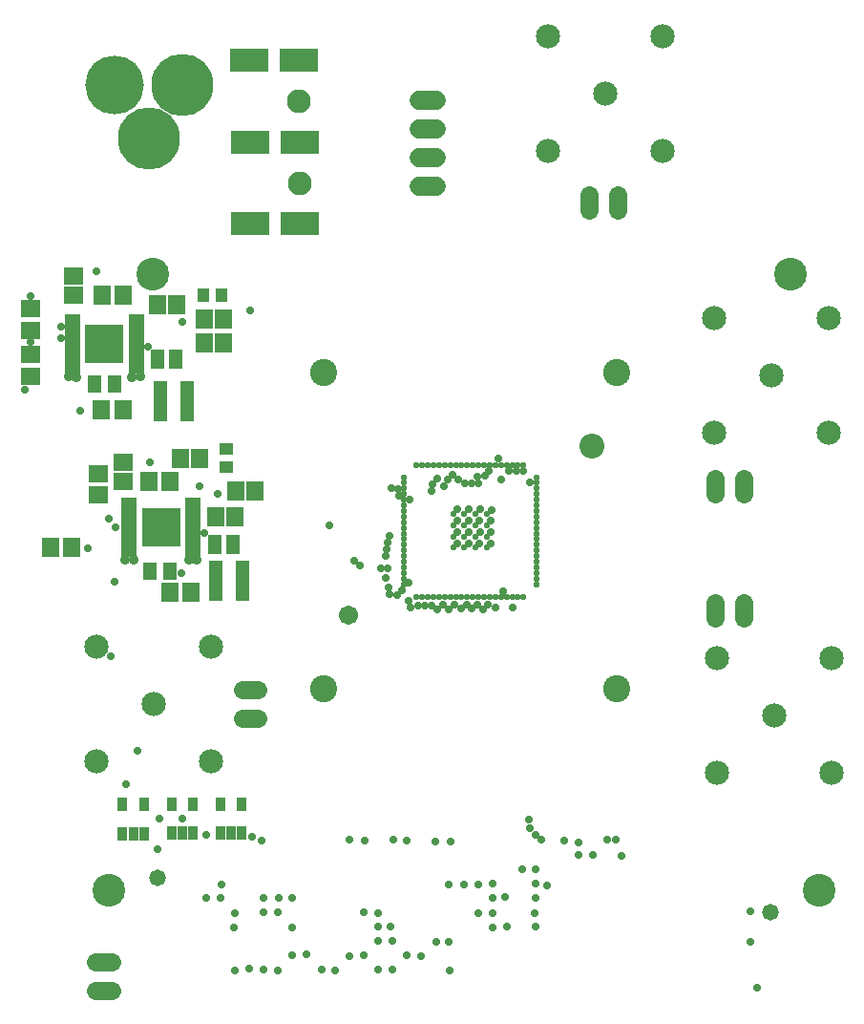
<source format=gbr>
G04 EAGLE Gerber RS-274X export*
G75*
%MOMM*%
%FSLAX34Y34*%
%LPD*%
%INSoldermask Top*%
%IPPOS*%
%AMOC8*
5,1,8,0,0,1.08239X$1,22.5*%
G01*
%ADD10C,2.903200*%
%ADD11C,2.146300*%
%ADD12R,1.503200X1.703200*%
%ADD13R,1.173200X1.673200*%
%ADD14R,1.703200X1.503200*%
%ADD15R,0.893200X1.193200*%
%ADD16C,1.473200*%
%ADD17R,1.003200X1.153200*%
%ADD18R,1.153200X1.003200*%
%ADD19R,1.475100X0.785000*%
%ADD20R,3.503200X3.503200*%
%ADD21C,1.574800*%
%ADD22C,1.727200*%
%ADD23R,1.165000X3.545000*%
%ADD24R,3.353200X2.053200*%
%ADD25C,0.543200*%
%ADD26C,1.703200*%
%ADD27C,2.403200*%
%ADD28C,2.203200*%
%ADD29R,1.240300X1.565000*%
%ADD30C,5.503200*%
%ADD31C,5.203200*%
%ADD32C,2.108200*%
%ADD33C,0.706400*%
%ADD34C,0.878200*%


D10*
X84500Y116500D03*
X714500Y116500D03*
X124000Y662500D03*
X689500Y662500D03*
D11*
X525000Y822200D03*
X575800Y873000D03*
X474200Y873000D03*
X474200Y771400D03*
X575800Y771400D03*
X672200Y572900D03*
X723000Y623700D03*
X621400Y623700D03*
X621400Y522100D03*
X723000Y522100D03*
X674900Y271200D03*
X725700Y322000D03*
X624100Y322000D03*
X624100Y220400D03*
X725700Y220400D03*
D12*
X128100Y635700D03*
X145100Y635700D03*
X148000Y499100D03*
X165000Y499100D03*
X169000Y622300D03*
X186000Y622300D03*
X179500Y447400D03*
X196500Y447400D03*
D13*
X144200Y587400D03*
X127600Y587400D03*
X194900Y423200D03*
X178300Y423200D03*
D14*
X53000Y643500D03*
X53000Y660500D03*
X97300Y478900D03*
X97300Y495900D03*
D12*
X169100Y601100D03*
X186100Y601100D03*
X214400Y470600D03*
X197400Y470600D03*
D15*
X96900Y166700D03*
X106400Y166700D03*
X115900Y166700D03*
X115900Y192600D03*
X96900Y192600D03*
X140400Y166900D03*
X149900Y166900D03*
X159400Y166900D03*
X159400Y192800D03*
X140400Y192800D03*
X183800Y166900D03*
X193300Y166900D03*
X202800Y166900D03*
X202800Y192800D03*
X183800Y192800D03*
D16*
X671390Y96500D03*
X127590Y127000D03*
D12*
X97600Y643900D03*
X78600Y643900D03*
X138900Y478300D03*
X119900Y478300D03*
D17*
X168300Y644200D03*
X184300Y644200D03*
D18*
X188800Y491200D03*
X188800Y507200D03*
D12*
X157500Y380500D03*
X138500Y380500D03*
D14*
X75800Y466600D03*
X75800Y485600D03*
X15300Y572100D03*
X15300Y591100D03*
D12*
X52100Y420300D03*
X33100Y420300D03*
D19*
X52583Y623650D03*
X52583Y617150D03*
X52583Y610650D03*
X52583Y604150D03*
X52583Y597650D03*
X52583Y591150D03*
X52583Y584650D03*
X52583Y578150D03*
X109017Y578150D03*
X109017Y584650D03*
X109017Y591150D03*
X109017Y597650D03*
X109017Y604150D03*
X109017Y610650D03*
X109017Y617150D03*
X109017Y623650D03*
D20*
X80800Y600900D03*
D19*
X102883Y460950D03*
X102883Y454450D03*
X102883Y447950D03*
X102883Y441450D03*
X102883Y434950D03*
X102883Y428450D03*
X102883Y421950D03*
X102883Y415450D03*
X159317Y415450D03*
X159317Y421950D03*
X159317Y428450D03*
X159317Y434950D03*
X159317Y441450D03*
X159317Y447950D03*
X159317Y454450D03*
X159317Y460950D03*
D20*
X131100Y438200D03*
D11*
X124400Y281500D03*
X175200Y332300D03*
X73600Y332300D03*
X73600Y230700D03*
X175200Y230700D03*
D21*
X203342Y294400D02*
X217058Y294400D01*
X217058Y269000D02*
X203342Y269000D01*
X622400Y357242D02*
X622400Y370958D01*
X647800Y370958D02*
X647800Y357242D01*
X622700Y467342D02*
X622700Y481058D01*
X648100Y481058D02*
X648100Y467342D01*
X510300Y719042D02*
X510300Y732758D01*
X535700Y732758D02*
X535700Y719042D01*
D22*
X375020Y740500D02*
X359780Y740500D01*
X359780Y765900D02*
X375020Y765900D01*
X375020Y791300D02*
X359780Y791300D01*
X359780Y816700D02*
X375020Y816700D01*
D23*
X130450Y550000D03*
X154150Y550000D03*
X179250Y390800D03*
X202950Y390800D03*
D24*
X209500Y852000D03*
X253500Y852000D03*
X209700Y779300D03*
X253700Y779300D03*
X209800Y706900D03*
X253800Y706900D03*
D25*
X357500Y493500D03*
X362500Y493500D03*
X367500Y493500D03*
X372500Y493500D03*
X377500Y493500D03*
X382500Y493500D03*
X387500Y493500D03*
X392500Y493500D03*
X397500Y493500D03*
X402500Y493500D03*
X407500Y493500D03*
X412500Y493500D03*
X417500Y493500D03*
X422500Y493500D03*
X427500Y493500D03*
X432500Y493500D03*
X437500Y493500D03*
X442500Y493500D03*
X447500Y493500D03*
X452500Y493500D03*
X357500Y376400D03*
X362500Y376400D03*
X367500Y376400D03*
X372500Y376400D03*
X377500Y376400D03*
X382500Y376400D03*
X387500Y376400D03*
X392500Y376400D03*
X397500Y376400D03*
X402500Y376400D03*
X407500Y376400D03*
X412500Y376400D03*
X417500Y376400D03*
X422500Y376400D03*
X427500Y376400D03*
X432500Y376400D03*
X437500Y376400D03*
X442500Y376400D03*
X447500Y376400D03*
X452500Y376400D03*
X346400Y387500D03*
X346400Y392500D03*
X346400Y397500D03*
X346400Y402500D03*
X346400Y407500D03*
X346400Y412500D03*
X346400Y417500D03*
X346400Y422500D03*
X346400Y427500D03*
X346400Y432500D03*
X346400Y437500D03*
X346400Y442500D03*
X346400Y447500D03*
X346400Y452500D03*
X346400Y457500D03*
X346400Y462500D03*
X346400Y467500D03*
X346400Y472500D03*
X346400Y477500D03*
X346400Y482500D03*
X463700Y387500D03*
X463700Y392500D03*
X463700Y397500D03*
X463700Y402500D03*
X463700Y407500D03*
X463700Y412500D03*
X463700Y417500D03*
X463700Y422500D03*
X463700Y427500D03*
X463700Y432500D03*
X463700Y437500D03*
X463700Y442500D03*
X463700Y447500D03*
X463700Y452500D03*
X463700Y457500D03*
X463700Y462500D03*
X463700Y467500D03*
X463700Y472500D03*
X463700Y477500D03*
X463700Y482500D03*
X410000Y440000D03*
X410000Y430000D03*
X400000Y430000D03*
X400000Y440000D03*
X400000Y450000D03*
X410000Y450000D03*
X420000Y450000D03*
X420000Y440000D03*
X420000Y430000D03*
X420000Y420000D03*
X410000Y420000D03*
X400000Y420000D03*
X390000Y420000D03*
X390000Y430000D03*
X390000Y440000D03*
X390000Y450000D03*
D26*
X297000Y360000D03*
D27*
X275000Y295000D03*
X535000Y295000D03*
D28*
X513000Y510000D03*
D27*
X535000Y575000D03*
X275000Y575000D03*
D14*
X15000Y612600D03*
X15000Y631600D03*
D12*
X97200Y542000D03*
X78200Y542000D03*
D29*
X71726Y564800D03*
X89474Y564800D03*
X121026Y399500D03*
X138774Y399500D03*
D21*
X86858Y27300D02*
X73142Y27300D01*
X73142Y52700D02*
X86858Y52700D01*
D30*
X150000Y830000D03*
D31*
X90000Y830000D03*
D30*
X120000Y783000D03*
D32*
X253500Y815500D03*
X253900Y743200D03*
D33*
X121300Y495900D03*
X164900Y474900D03*
X181200Y467700D03*
X149100Y397800D03*
X73600Y664800D03*
X209950Y630050D03*
X149950Y619950D03*
X128300Y152800D03*
X171300Y165100D03*
X211900Y164100D03*
X458100Y477500D03*
X432500Y480300D03*
X351600Y462500D03*
X443200Y367300D03*
X393700Y453800D03*
X403800Y453900D03*
X413800Y453900D03*
X424000Y453700D03*
X393600Y443700D03*
X403600Y443700D03*
X413600Y443800D03*
X423600Y443700D03*
X393500Y433800D03*
X403600Y433700D03*
X413800Y433700D03*
X423600Y433600D03*
X393700Y423700D03*
X403700Y423700D03*
X413600Y423600D03*
X423600Y423600D03*
X15000Y642600D03*
X110000Y240000D03*
X100000Y210000D03*
X660000Y30000D03*
X434693Y381606D03*
X387100Y45300D03*
X406613Y365887D03*
X336400Y46000D03*
X401863Y369690D03*
X323700Y45800D03*
X352200Y366818D03*
X285500Y45600D03*
X350734Y372866D03*
X273500Y45900D03*
X330264Y412436D03*
X234600Y45600D03*
X331312Y418484D03*
X222150Y45850D03*
X416290Y365564D03*
X361900Y57900D03*
X411613Y369440D03*
X348800Y58400D03*
X364848Y368406D03*
X310900Y58700D03*
X358800Y368500D03*
X298200Y58100D03*
X332372Y401728D03*
X259900Y59200D03*
X326324Y401753D03*
X247400Y58600D03*
X332360Y424532D03*
X209000Y46600D03*
X333408Y430580D03*
X196550Y45250D03*
X473600Y120400D03*
X463000Y121900D03*
X435900Y110600D03*
X425200Y109200D03*
X399700Y121700D03*
X386400Y121800D03*
X350650Y389350D03*
X247600Y109400D03*
X344399Y382268D03*
X235050Y109250D03*
X341400Y472182D03*
X185000Y121800D03*
X386209Y365564D03*
X334600Y84300D03*
X381249Y369158D03*
X323600Y83800D03*
X462800Y134900D03*
X451200Y135100D03*
X425300Y122200D03*
X412150Y121650D03*
X462600Y96300D03*
X462900Y109300D03*
X425300Y95800D03*
X412100Y96200D03*
X462900Y84100D03*
X437650Y84150D03*
X424700Y83300D03*
X446052Y488268D03*
X533900Y161100D03*
X439800Y488100D03*
X526600Y161000D03*
X417999Y483399D03*
X501400Y158800D03*
X411951Y483375D03*
X488900Y160500D03*
X412327Y476927D03*
X468400Y160900D03*
X406200Y476700D03*
X463100Y165100D03*
X400152Y476675D03*
X457800Y171700D03*
X394806Y480500D03*
X457500Y179200D03*
X389300Y484900D03*
X387550Y159750D03*
X384912Y480735D03*
X374500Y159800D03*
X452100Y488268D03*
X539400Y147200D03*
X430200Y498900D03*
X513800Y147600D03*
X421684Y488268D03*
X501250Y147550D03*
X382297Y474497D03*
X349000Y160100D03*
X375706Y480900D03*
X337450Y161450D03*
X371412Y476000D03*
X311750Y160650D03*
X370783Y469952D03*
X298400Y161500D03*
X220000Y160000D03*
X332806Y384748D03*
X221800Y109200D03*
X330266Y393300D03*
X221900Y96500D03*
X341734Y466134D03*
X184000Y109500D03*
X335352Y473200D03*
X171000Y109500D03*
X376290Y365564D03*
X323600Y96300D03*
X370896Y368723D03*
X310700Y96600D03*
X340075Y378039D03*
X246900Y83400D03*
X334027Y378700D03*
X234400Y96700D03*
X307000Y404200D03*
X196700Y96200D03*
X302706Y408459D03*
X195900Y83400D03*
X427297Y367351D03*
X386500Y70800D03*
X421249Y369158D03*
X374800Y70800D03*
X396822Y366178D03*
X336100Y71400D03*
X391546Y369454D03*
X323100Y71100D03*
X654100Y71000D03*
X653650Y97650D03*
X169600Y433000D03*
X86800Y323600D03*
X42600Y605800D03*
X10000Y560000D03*
D34*
X48800Y571500D03*
X112300Y571600D03*
X105100Y571300D03*
X56200Y571400D03*
D33*
X280000Y440000D03*
D34*
X106500Y409000D03*
X155800Y408900D03*
X162900Y408900D03*
X98992Y408992D03*
D33*
X90600Y438500D03*
X66000Y419600D03*
X150000Y180000D03*
X130000Y180000D03*
X90000Y390000D03*
X84900Y446000D03*
X119700Y597700D03*
X42700Y615500D03*
X15100Y602500D03*
X59100Y541200D03*
M02*

</source>
